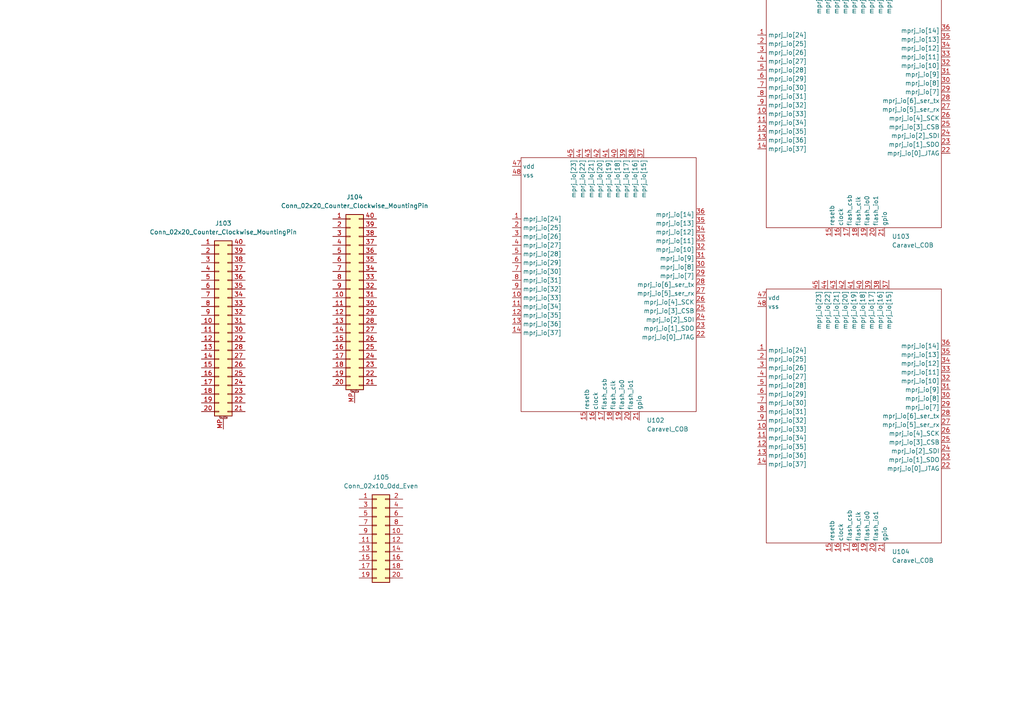
<source format=kicad_sch>
(kicad_sch (version 20250114) (generator "eeschema") (generator_version "9.0")
  (paper "A4")
  (lib_symbols
    (symbol "Connector_Generic:Conn_02x10_Odd_Even" (pin_names (offset 1.016) (hide yes))
      (property "Reference" "J" (at 1.27 12.7 0))
      (property "Value" "Conn_02x10_Odd_Even" (at 1.27 -15.24 0))
      (symbol "Conn_02x10_Odd_Even_1_1"
        (rectangle (start -1.27 11.43) (end 3.81 -13.97) (stroke (width 0.254)) (fill (type background)))
        (rectangle (start -1.27 10.287) (end 0 10.033) (stroke (width 0.1524)))
        (rectangle (start -1.27 7.747) (end 0 7.493) (stroke (width 0.1524)))
        (rectangle (start -1.27 5.207) (end 0 4.953) (stroke (width 0.1524)))
        (rectangle (start -1.27 2.667) (end 0 2.413) (stroke (width 0.1524)))
        (rectangle (start -1.27 0.127) (end 0 -0.127) (stroke (width 0.1524)))
        (rectangle (start -1.27 -2.413) (end 0 -2.667) (stroke (width 0.1524)))
        (rectangle (start -1.27 -4.953) (end 0 -5.207) (stroke (width 0.1524)))
        (rectangle (start -1.27 -7.493) (end 0 -7.747) (stroke (width 0.1524)))
        (rectangle (start -1.27 -10.033) (end 0 -10.287) (stroke (width 0.1524)))
        (rectangle (start -1.27 -12.573) (end 0 -12.827) (stroke (width 0.1524)))
        (rectangle (start 3.81 10.287) (end 2.54 10.033) (stroke (width 0.1524)))
        (rectangle (start 3.81 7.747) (end 2.54 7.493) (stroke (width 0.1524)))
        (rectangle (start 3.81 5.207) (end 2.54 4.953) (stroke (width 0.1524)))
        (rectangle (start 3.81 2.667) (end 2.54 2.413) (stroke (width 0.1524)))
        (rectangle (start 3.81 0.127) (end 2.54 -0.127) (stroke (width 0.1524)))
        (rectangle (start 3.81 -2.413) (end 2.54 -2.667) (stroke (width 0.1524)))
        (rectangle (start 3.81 -4.953) (end 2.54 -5.207) (stroke (width 0.1524)))
        (rectangle (start 3.81 -7.493) (end 2.54 -7.747) (stroke (width 0.1524)))
        (rectangle (start 3.81 -10.033) (end 2.54 -10.287) (stroke (width 0.1524)))
        (rectangle (start 3.81 -12.573) (end 2.54 -12.827) (stroke (width 0.1524)))
        (pin passive line (at -5.08 10.16 0) (length 3.81) (name "Pin_1") (number "1"))
        (pin passive line (at -5.08 7.62 0) (length 3.81) (name "Pin_3") (number "3"))
        (pin passive line (at -5.08 5.08 0) (length 3.81) (name "Pin_5") (number "5"))
        (pin passive line (at -5.08 2.54 0) (length 3.81) (name "Pin_7") (number "7"))
        (pin passive line (at -5.08 0 0) (length 3.81) (name "Pin_9") (number "9"))
        (pin passive line (at -5.08 -2.54 0) (length 3.81) (name "Pin_11") (number "11"))
        (pin passive line (at -5.08 -5.08 0) (length 3.81) (name "Pin_13") (number "13"))
        (pin passive line (at -5.08 -7.62 0) (length 3.81) (name "Pin_15") (number "15"))
        (pin passive line (at -5.08 -10.16 0) (length 3.81) (name "Pin_17") (number "17"))
        (pin passive line (at -5.08 -12.7 0) (length 3.81) (name "Pin_19") (number "19"))
        (pin passive line (at 7.62 10.16 180) (length 3.81) (name "Pin_2") (number "2"))
        (pin passive line (at 7.62 7.62 180) (length 3.81) (name "Pin_4") (number "4"))
        (pin passive line (at 7.62 5.08 180) (length 3.81) (name "Pin_6") (number "6"))
        (pin passive line (at 7.62 2.54 180) (length 3.81) (name "Pin_8") (number "8"))
        (pin passive line (at 7.62 0 180) (length 3.81) (name "Pin_10") (number "10"))
        (pin passive line (at 7.62 -2.54 180) (length 3.81) (name "Pin_12") (number "12"))
        (pin passive line (at 7.62 -5.08 180) (length 3.81) (name "Pin_14") (number "14"))
        (pin passive line (at 7.62 -7.62 180) (length 3.81) (name "Pin_16") (number "16"))
        (pin passive line (at 7.62 -10.16 180) (length 3.81) (name "Pin_18") (number "18"))
        (pin passive line (at 7.62 -12.7 180) (length 3.81) (name "Pin_20") (number "20"))
      )
    )
    (symbol "Connector_Generic:Conn_02x38_Counter_Clockwise" (pin_names (offset 1.016) (hide yes))
      (property "Reference" "J" (at 1.27 48.26 0))
      (property "Value" "Conn_02x38_Counter_Clockwise" (at 1.27 -50.8 0))
      (symbol "Conn_02x38_Counter_Clockwise_1_1"
        (rectangle (start -1.27 46.99) (end 3.81 -49.53) (stroke (width 0.254)) (fill (type background)))
        (rectangle (start -1.27 45.847) (end 0 45.593) (stroke (width 0.1524)))
        (rectangle (start -1.27 43.307) (end 0 43.053) (stroke (width 0.1524)))
        (rectangle (start -1.27 40.767) (end 0 40.513) (stroke (width 0.1524)))
        (rectangle (start -1.27 38.227) (end 0 37.973) (stroke (width 0.1524)))
        (rectangle (start -1.27 35.687) (end 0 35.433) (stroke (width 0.1524)))
        (rectangle (start -1.27 33.147) (end 0 32.893) (stroke (width 0.1524)))
        (rectangle (start -1.27 30.607) (end 0 30.353) (stroke (width 0.1524)))
        (rectangle (start -1.27 28.067) (end 0 27.813) (stroke (width 0.1524)))
        (rectangle (start -1.27 25.527) (end 0 25.273) (stroke (width 0.1524)))
        (rectangle (start -1.27 22.987) (end 0 22.733) (stroke (width 0.1524)))
        (rectangle (start -1.27 20.447) (end 0 20.193) (stroke (width 0.1524)))
        (rectangle (start -1.27 17.907) (end 0 17.653) (stroke (width 0.1524)))
        (rectangle (start -1.27 15.367) (end 0 15.113) (stroke (width 0.1524)))
        (rectangle (start -1.27 12.827) (end 0 12.573) (stroke (width 0.1524)))
        (rectangle (start -1.27 10.287) (end 0 10.033) (stroke (width 0.1524)))
        (rectangle (start -1.27 7.747) (end 0 7.493) (stroke (width 0.1524)))
        (rectangle (start -1.27 5.207) (end 0 4.953) (stroke (width 0.1524)))
        (rectangle (start -1.27 2.667) (end 0 2.413) (stroke (width 0.1524)))
        (rectangle (start -1.27 0.127) (end 0 -0.127) (stroke (width 0.1524)))
        (rectangle (start -1.27 -2.413) (end 0 -2.667) (stroke (width 0.1524)))
        (rectangle (start -1.27 -4.953) (end 0 -5.207) (stroke (width 0.1524)))
        (rectangle (start -1.27 -7.493) (end 0 -7.747) (stroke (width 0.1524)))
        (rectangle (start -1.27 -10.033) (end 0 -10.287) (stroke (width 0.1524)))
        (rectangle (start -1.27 -12.573) (end 0 -12.827) (stroke (width 0.1524)))
        (rectangle (start -1.27 -15.113) (end 0 -15.367) (stroke (width 0.1524)))
        (rectangle (start -1.27 -17.653) (end 0 -17.907) (stroke (width 0.1524)))
        (rectangle (start -1.27 -20.193) (end 0 -20.447) (stroke (width 0.1524)))
        (rectangle (start -1.27 -22.733) (end 0 -22.987) (stroke (width 0.1524)))
        (rectangle (start -1.27 -25.273) (end 0 -25.527) (stroke (width 0.1524)))
        (rectangle (start -1.27 -27.813) (end 0 -28.067) (stroke (width 0.1524)))
        (rectangle (start -1.27 -30.353) (end 0 -30.607) (stroke (width 0.1524)))
        (rectangle (start -1.27 -32.893) (end 0 -33.147) (stroke (width 0.1524)))
        (rectangle (start -1.27 -35.433) (end 0 -35.687) (stroke (width 0.1524)))
        (rectangle (start -1.27 -37.973) (end 0 -38.227) (stroke (width 0.1524)))
        (rectangle (start -1.27 -40.513) (end 0 -40.767) (stroke (width 0.1524)))
        (rectangle (start -1.27 -43.053) (end 0 -43.307) (stroke (width 0.1524)))
        (rectangle (start -1.27 -45.593) (end 0 -45.847) (stroke (width 0.1524)))
        (rectangle (start -1.27 -48.133) (end 0 -48.387) (stroke (width 0.1524)))
        (rectangle (start 3.81 45.847) (end 2.54 45.593) (stroke (width 0.1524)))
        (rectangle (start 3.81 43.307) (end 2.54 43.053) (stroke (width 0.1524)))
        (rectangle (start 3.81 40.767) (end 2.54 40.513) (stroke (width 0.1524)))
        (rectangle (start 3.81 38.227) (end 2.54 37.973) (stroke (width 0.1524)))
        (rectangle (start 3.81 35.687) (end 2.54 35.433) (stroke (width 0.1524)))
        (rectangle (start 3.81 33.147) (end 2.54 32.893) (stroke (width 0.1524)))
        (rectangle (start 3.81 30.607) (end 2.54 30.353) (stroke (width 0.1524)))
        (rectangle (start 3.81 28.067) (end 2.54 27.813) (stroke (width 0.1524)))
        (rectangle (start 3.81 25.527) (end 2.54 25.273) (stroke (width 0.1524)))
        (rectangle (start 3.81 22.987) (end 2.54 22.733) (stroke (width 0.1524)))
        (rectangle (start 3.81 20.447) (end 2.54 20.193) (stroke (width 0.1524)))
        (rectangle (start 3.81 17.907) (end 2.54 17.653) (stroke (width 0.1524)))
        (rectangle (start 3.81 15.367) (end 2.54 15.113) (stroke (width 0.1524)))
        (rectangle (start 3.81 12.827) (end 2.54 12.573) (stroke (width 0.1524)))
        (rectangle (start 3.81 10.287) (end 2.54 10.033) (stroke (width 0.1524)))
        (rectangle (start 3.81 7.747) (end 2.54 7.493) (stroke (width 0.1524)))
        (rectangle (start 3.81 5.207) (end 2.54 4.953) (stroke (width 0.1524)))
        (rectangle (start 3.81 2.667) (end 2.54 2.413) (stroke (width 0.1524)))
        (rectangle (start 3.81 0.127) (end 2.54 -0.127) (stroke (width 0.1524)))
        (rectangle (start 3.81 -2.413) (end 2.54 -2.667) (stroke (width 0.1524)))
        (rectangle (start 3.81 -4.953) (end 2.54 -5.207) (stroke (width 0.1524)))
        (rectangle (start 3.81 -7.493) (end 2.54 -7.747) (stroke (width 0.1524)))
        (rectangle (start 3.81 -10.033) (end 2.54 -10.287) (stroke (width 0.1524)))
        (rectangle (start 3.81 -12.573) (end 2.54 -12.827) (stroke (width 0.1524)))
        (rectangle (start 3.81 -15.113) (end 2.54 -15.367) (stroke (width 0.1524)))
        (rectangle (start 3.81 -17.653) (end 2.54 -17.907) (stroke (width 0.1524)))
        (rectangle (start 3.81 -20.193) (end 2.54 -20.447) (stroke (width 0.1524)))
        (rectangle (start 3.81 -22.733) (end 2.54 -22.987) (stroke (width 0.1524)))
        (rectangle (start 3.81 -25.273) (end 2.54 -25.527) (stroke (width 0.1524)))
        (rectangle (start 3.81 -27.813) (end 2.54 -28.067) (stroke (width 0.1524)))
        (rectangle (start 3.81 -30.353) (end 2.54 -30.607) (stroke (width 0.1524)))
        (rectangle (start 3.81 -32.893) (end 2.54 -33.147) (stroke (width 0.1524)))
        (rectangle (start 3.81 -35.433) (end 2.54 -35.687) (stroke (width 0.1524)))
        (rectangle (start 3.81 -37.973) (end 2.54 -38.227) (stroke (width 0.1524)))
        (rectangle (start 3.81 -40.513) (end 2.54 -40.767) (stroke (width 0.1524)))
        (rectangle (start 3.81 -43.053) (end 2.54 -43.307) (stroke (width 0.1524)))
        (rectangle (start 3.81 -45.593) (end 2.54 -45.847) (stroke (width 0.1524)))
        (rectangle (start 3.81 -48.133) (end 2.54 -48.387) (stroke (width 0.1524)))
        (pin passive line (at -5.08 45.72 0) (length 3.81) (name "Pin_1") (number "1"))
        (pin passive line (at -5.08 43.18 0) (length 3.81) (name "Pin_2") (number "2"))
        (pin passive line (at -5.08 40.64 0) (length 3.81) (name "Pin_3") (number "3"))
        (pin passive line (at -5.08 38.1 0) (length 3.81) (name "Pin_4") (number "4"))
        (pin passive line (at -5.08 35.56 0) (length 3.81) (name "Pin_5") (number "5"))
        (pin passive line (at -5.08 33.02 0) (length 3.81) (name "Pin_6") (number "6"))
        (pin passive line (at -5.08 30.48 0) (length 3.81) (name "Pin_7") (number "7"))
        (pin passive line (at -5.08 27.94 0) (length 3.81) (name "Pin_8") (number "8"))
        (pin passive line (at -5.08 25.4 0) (length 3.81) (name "Pin_9") (number "9"))
        (pin passive line (at -5.08 22.86 0) (length 3.81) (name "Pin_10") (number "10"))
        (pin passive line (at -5.08 20.32 0) (length 3.81) (name "Pin_11") (number "11"))
        (pin passive line (at -5.08 17.78 0) (length 3.81) (name "Pin_12") (number "12"))
        (pin passive line (at -5.08 15.24 0) (length 3.81) (name "Pin_13") (number "13"))
        (pin passive line (at -5.08 12.7 0) (length 3.81) (name "Pin_14") (number "14"))
        (pin passive line (at -5.08 10.16 0) (length 3.81) (name "Pin_15") (number "15"))
        (pin passive line (at -5.08 7.62 0) (length 3.81) (name "Pin_16") (number "16"))
        (pin passive line (at -5.08 5.08 0) (length 3.81) (name "Pin_17") (number "17"))
        (pin passive line (at -5.08 2.54 0) (length 3.81) (name "Pin_18") (number "18"))
        (pin passive line (at -5.08 0 0) (length 3.81) (name "Pin_19") (number "19"))
        (pin passive line (at -5.08 -2.54 0) (length 3.81) (name "Pin_20") (number "20"))
        (pin passive line (at -5.08 -5.08 0) (length 3.81) (name "Pin_21") (number "21"))
        (pin passive line (at -5.08 -7.62 0) (length 3.81) (name "Pin_22") (number "22"))
        (pin passive line (at -5.08 -10.16 0) (length 3.81) (name "Pin_23") (number "23"))
        (pin passive line (at -5.08 -12.7 0) (length 3.81) (name "Pin_24") (number "24"))
        (pin passive line (at -5.08 -15.24 0) (length 3.81) (name "Pin_25") (number "25"))
        (pin passive line (at -5.08 -17.78 0) (length 3.81) (name "Pin_26") (number "26"))
        (pin passive line (at -5.08 -20.32 0) (length 3.81) (name "Pin_27") (number "27"))
        (pin passive line (at -5.08 -22.86 0) (length 3.81) (name "Pin_28") (number "28"))
        (pin passive line (at -5.08 -25.4 0) (length 3.81) (name "Pin_29") (number "29"))
        (pin passive line (at -5.08 -27.94 0) (length 3.81) (name "Pin_30") (number "30"))
        (pin passive line (at -5.08 -30.48 0) (length 3.81) (name "Pin_31") (number "31"))
        (pin passive line (at -5.08 -33.02 0) (length 3.81) (name "Pin_32") (number "32"))
        (pin passive line (at -5.08 -35.56 0) (length 3.81) (name "Pin_33") (number "33"))
        (pin passive line (at -5.08 -38.1 0) (length 3.81) (name "Pin_34") (number "34"))
        (pin passive line (at -5.08 -40.64 0) (length 3.81) (name "Pin_35") (number "35"))
        (pin passive line (at -5.08 -43.18 0) (length 3.81) (name "Pin_36") (number "36"))
        (pin passive line (at -5.08 -45.72 0) (length 3.81) (name "Pin_37") (number "37"))
        (pin passive line (at -5.08 -48.26 0) (length 3.81) (name "Pin_38") (number "38"))
        (pin passive line (at 7.62 45.72 180) (length 3.81) (name "Pin_76") (number "76"))
        (pin passive line (at 7.62 43.18 180) (length 3.81) (name "Pin_75") (number "75"))
        (pin passive line (at 7.62 40.64 180) (length 3.81) (name "Pin_74") (number "74"))
        (pin passive line (at 7.62 38.1 180) (length 3.81) (name "Pin_73") (number "73"))
        (pin passive line (at 7.62 35.56 180) (length 3.81) (name "Pin_72") (number "72"))
        (pin passive line (at 7.62 33.02 180) (length 3.81) (name "Pin_71") (number "71"))
        (pin passive line (at 7.62 30.48 180) (length 3.81) (name "Pin_70") (number "70"))
        (pin passive line (at 7.62 27.94 180) (length 3.81) (name "Pin_69") (number "69"))
        (pin passive line (at 7.62 25.4 180) (length 3.81) (name "Pin_68") (number "68"))
        (pin passive line (at 7.62 22.86 180) (length 3.81) (name "Pin_67") (number "67"))
        (pin passive line (at 7.62 20.32 180) (length 3.81) (name "Pin_66") (number "66"))
        (pin passive line (at 7.62 17.78 180) (length 3.81) (name "Pin_65") (number "65"))
        (pin passive line (at 7.62 15.24 180) (length 3.81) (name "Pin_64") (number "64"))
        (pin passive line (at 7.62 12.7 180) (length 3.81) (name "Pin_63") (number "63"))
        (pin passive line (at 7.62 10.16 180) (length 3.81) (name "Pin_62") (number "62"))
        (pin passive line (at 7.62 7.62 180) (length 3.81) (name "Pin_61") (number "61"))
        (pin passive line (at 7.62 5.08 180) (length 3.81) (name "Pin_60") (number "60"))
        (pin passive line (at 7.62 2.54 180) (length 3.81) (name "Pin_59") (number "59"))
        (pin passive line (at 7.62 0 180) (length 3.81) (name "Pin_58") (number "58"))
        (pin passive line (at 7.62 -2.54 180) (length 3.81) (name "Pin_57") (number "57"))
        (pin passive line (at 7.62 -5.08 180) (length 3.81) (name "Pin_56") (number "56"))
        (pin passive line (at 7.62 -7.62 180) (length 3.81) (name "Pin_55") (number "55"))
        (pin passive line (at 7.62 -10.16 180) (length 3.81) (name "Pin_54") (number "54"))
        (pin passive line (at 7.62 -12.7 180) (length 3.81) (name "Pin_53") (number "53"))
        (pin passive line (at 7.62 -15.24 180) (length 3.81) (name "Pin_52") (number "52"))
        (pin passive line (at 7.62 -17.78 180) (length 3.81) (name "Pin_51") (number "51"))
        (pin passive line (at 7.62 -20.32 180) (length 3.81) (name "Pin_50") (number "50"))
        (pin passive line (at 7.62 -22.86 180) (length 3.81) (name "Pin_49") (number "49"))
        (pin passive line (at 7.62 -25.4 180) (length 3.81) (name "Pin_48") (number "48"))
        (pin passive line (at 7.62 -27.94 180) (length 3.81) (name "Pin_47") (number "47"))
        (pin passive line (at 7.62 -30.48 180) (length 3.81) (name "Pin_46") (number "46"))
        (pin passive line (at 7.62 -33.02 180) (length 3.81) (name "Pin_45") (number "45"))
        (pin passive line (at 7.62 -35.56 180) (length 3.81) (name "Pin_44") (number "44"))
        (pin passive line (at 7.62 -38.1 180) (length 3.81) (name "Pin_43") (number "43"))
        (pin passive line (at 7.62 -40.64 180) (length 3.81) (name "Pin_42") (number "42"))
        (pin passive line (at 7.62 -43.18 180) (length 3.81) (name "Pin_41") (number "41"))
        (pin passive line (at 7.62 -45.72 180) (length 3.81) (name "Pin_40") (number "40"))
        (pin passive line (at 7.62 -48.26 180) (length 3.81) (name "Pin_39") (number "39"))
      )
    )
    (symbol "Connector_Generic_MountingPin:Conn_02x20_Counter_Clockwise_MountingPin" (pin_names (offset 1.016) (hide yes))
      (property "Reference" "J" (at 1.27 25.4 0))
      (property "Value" "Conn_02x20_Counter_Clockwise_MountingPin" (at 2.54 -27.94 0))
      (symbol "Conn_02x20_Counter_Clockwise_MountingPin_1_1"
        (rectangle (start -1.27 24.13) (end 3.81 -26.67) (stroke (width 0.254)) (fill (type background)))
        (rectangle (start -1.27 22.987) (end 0 22.733) (stroke (width 0.1524)))
        (rectangle (start -1.27 20.447) (end 0 20.193) (stroke (width 0.1524)))
        (rectangle (start -1.27 17.907) (end 0 17.653) (stroke (width 0.1524)))
        (rectangle (start -1.27 15.367) (end 0 15.113) (stroke (width 0.1524)))
        (rectangle (start -1.27 12.827) (end 0 12.573) (stroke (width 0.1524)))
        (rectangle (start -1.27 10.287) (end 0 10.033) (stroke (width 0.1524)))
        (rectangle (start -1.27 7.747) (end 0 7.493) (stroke (width 0.1524)))
        (rectangle (start -1.27 5.207) (end 0 4.953) (stroke (width 0.1524)))
        (rectangle (start -1.27 2.667) (end 0 2.413) (stroke (width 0.1524)))
        (rectangle (start -1.27 0.127) (end 0 -0.127) (stroke (width 0.1524)))
        (rectangle (start -1.27 -2.413) (end 0 -2.667) (stroke (width 0.1524)))
        (rectangle (start -1.27 -4.953) (end 0 -5.207) (stroke (width 0.1524)))
        (rectangle (start -1.27 -7.493) (end 0 -7.747) (stroke (width 0.1524)))
        (rectangle (start -1.27 -10.033) (end 0 -10.287) (stroke (width 0.1524)))
        (rectangle (start -1.27 -12.573) (end 0 -12.827) (stroke (width 0.1524)))
        (rectangle (start -1.27 -15.113) (end 0 -15.367) (stroke (width 0.1524)))
        (rectangle (start -1.27 -17.653) (end 0 -17.907) (stroke (width 0.1524)))
        (rectangle (start -1.27 -20.193) (end 0 -20.447) (stroke (width 0.1524)))
        (rectangle (start -1.27 -22.733) (end 0 -22.987) (stroke (width 0.1524)))
        (rectangle (start -1.27 -25.273) (end 0 -25.527) (stroke (width 0.1524)))
        (polyline (pts (xy 0.254 -27.432) (xy 2.286 -27.432)) (stroke (width 0.1524)))
        (rectangle (start 3.81 22.987) (end 2.54 22.733) (stroke (width 0.1524)))
        (rectangle (start 3.81 20.447) (end 2.54 20.193) (stroke (width 0.1524)))
        (rectangle (start 3.81 17.907) (end 2.54 17.653) (stroke (width 0.1524)))
        (rectangle (start 3.81 15.367) (end 2.54 15.113) (stroke (width 0.1524)))
        (rectangle (start 3.81 12.827) (end 2.54 12.573) (stroke (width 0.1524)))
        (rectangle (start 3.81 10.287) (end 2.54 10.033) (stroke (width 0.1524)))
        (rectangle (start 3.81 7.747) (end 2.54 7.493) (stroke (width 0.1524)))
        (rectangle (start 3.81 5.207) (end 2.54 4.953) (stroke (width 0.1524)))
        (rectangle (start 3.81 2.667) (end 2.54 2.413) (stroke (width 0.1524)))
        (rectangle (start 3.81 0.127) (end 2.54 -0.127) (stroke (width 0.1524)))
        (rectangle (start 3.81 -2.413) (end 2.54 -2.667) (stroke (width 0.1524)))
        (rectangle (start 3.81 -4.953) (end 2.54 -5.207) (stroke (width 0.1524)))
        (rectangle (start 3.81 -7.493) (end 2.54 -7.747) (stroke (width 0.1524)))
        (rectangle (start 3.81 -10.033) (end 2.54 -10.287) (stroke (width 0.1524)))
        (rectangle (start 3.81 -12.573) (end 2.54 -12.827) (stroke (width 0.1524)))
        (rectangle (start 3.81 -15.113) (end 2.54 -15.367) (stroke (width 0.1524)))
        (rectangle (start 3.81 -17.653) (end 2.54 -17.907) (stroke (width 0.1524)))
        (rectangle (start 3.81 -20.193) (end 2.54 -20.447) (stroke (width 0.1524)))
        (rectangle (start 3.81 -22.733) (end 2.54 -22.987) (stroke (width 0.1524)))
        (rectangle (start 3.81 -25.273) (end 2.54 -25.527) (stroke (width 0.1524)))
        (text "Mounting" (at 1.27 -27.051 0) (effects (font (size 0.381 0.381))))
        (pin passive line (at -5.08 22.86 0) (length 3.81) (name "Pin_1") (number "1"))
        (pin passive line (at -5.08 20.32 0) (length 3.81) (name "Pin_2") (number "2"))
        (pin passive line (at -5.08 17.78 0) (length 3.81) (name "Pin_3") (number "3"))
        (pin passive line (at -5.08 15.24 0) (length 3.81) (name "Pin_4") (number "4"))
        (pin passive line (at -5.08 12.7 0) (length 3.81) (name "Pin_5") (number "5"))
        (pin passive line (at -5.08 10.16 0) (length 3.81) (name "Pin_6") (number "6"))
        (pin passive line (at -5.08 7.62 0) (length 3.81) (name "Pin_7") (number "7"))
        (pin passive line (at -5.08 5.08 0) (length 3.81) (name "Pin_8") (number "8"))
        (pin passive line (at -5.08 2.54 0) (length 3.81) (name "Pin_9") (number "9"))
        (pin passive line (at -5.08 0 0) (length 3.81) (name "Pin_10") (number "10"))
        (pin passive line (at -5.08 -2.54 0) (length 3.81) (name "Pin_11") (number "11"))
        (pin passive line (at -5.08 -5.08 0) (length 3.81) (name "Pin_12") (number "12"))
        (pin passive line (at -5.08 -7.62 0) (length 3.81) (name "Pin_13") (number "13"))
        (pin passive line (at -5.08 -10.16 0) (length 3.81) (name "Pin_14") (number "14"))
        (pin passive line (at -5.08 -12.7 0) (length 3.81) (name "Pin_15") (number "15"))
        (pin passive line (at -5.08 -15.24 0) (length 3.81) (name "Pin_16") (number "16"))
        (pin passive line (at -5.08 -17.78 0) (length 3.81) (name "Pin_17") (number "17"))
        (pin passive line (at -5.08 -20.32 0) (length 3.81) (name "Pin_18") (number "18"))
        (pin passive line (at -5.08 -22.86 0) (length 3.81) (name "Pin_19") (number "19"))
        (pin passive line (at -5.08 -25.4 0) (length 3.81) (name "Pin_20") (number "20"))
        (pin passive line (at 1.27 -30.48 90) (length 3.048) (name "MountPin") (number "MP"))
        (pin passive line (at 7.62 22.86 180) (length 3.81) (name "Pin_40") (number "40"))
        (pin passive line (at 7.62 20.32 180) (length 3.81) (name "Pin_39") (number "39"))
        (pin passive line (at 7.62 17.78 180) (length 3.81) (name "Pin_38") (number "38"))
        (pin passive line (at 7.62 15.24 180) (length 3.81) (name "Pin_37") (number "37"))
        (pin passive line (at 7.62 12.7 180) (length 3.81) (name "Pin_36") (number "36"))
        (pin passive line (at 7.62 10.16 180) (length 3.81) (name "Pin_35") (number "35"))
        (pin passive line (at 7.62 7.62 180) (length 3.81) (name "Pin_34") (number "34"))
        (pin passive line (at 7.62 5.08 180) (length 3.81) (name "Pin_33") (number "33"))
        (pin passive line (at 7.62 2.54 180) (length 3.81) (name "Pin_32") (number "32"))
        (pin passive line (at 7.62 0 180) (length 3.81) (name "Pin_31") (number "31"))
        (pin passive line (at 7.62 -2.54 180) (length 3.81) (name "Pin_30") (number "30"))
        (pin passive line (at 7.62 -5.08 180) (length 3.81) (name "Pin_29") (number "29"))
        (pin passive line (at 7.62 -7.62 180) (length 3.81) (name "Pin_28") (number "28"))
        (pin passive line (at 7.62 -10.16 180) (length 3.81) (name "Pin_27") (number "27"))
        (pin passive line (at 7.62 -12.7 180) (length 3.81) (name "Pin_26") (number "26"))
        (pin passive line (at 7.62 -15.24 180) (length 3.81) (name "Pin_25") (number "25"))
        (pin passive line (at 7.62 -17.78 180) (length 3.81) (name "Pin_24") (number "24"))
        (pin passive line (at 7.62 -20.32 180) (length 3.81) (name "Pin_23") (number "23"))
        (pin passive line (at 7.62 -22.86 180) (length 3.81) (name "Pin_22") (number "22"))
        (pin passive line (at 7.62 -25.4 180) (length 3.81) (name "Pin_21") (number "21"))
      )
    )
    (symbol "Connector_Generic_MountingPin:Conn_02x35_Counter_Clockwise_MountingPin" (pin_names (offset 1.016) (hide yes))
      (property "Reference" "J" (at 1.27 45.72 0))
      (property "Value" "Conn_02x35_Counter_Clockwise_MountingPin" (at 2.54 -45.72 0))
      (symbol "Conn_02x35_Counter_Clockwise_MountingPin_1_1"
        (rectangle (start -1.27 44.45) (end 3.81 -44.45) (stroke (width 0.254)) (fill (type background)))
        (rectangle (start -1.27 43.307) (end 0 43.053) (stroke (width 0.1524)))
        (rectangle (start -1.27 40.767) (end 0 40.513) (stroke (width 0.1524)))
        (rectangle (start -1.27 38.227) (end 0 37.973) (stroke (width 0.1524)))
        (rectangle (start -1.27 35.687) (end 0 35.433) (stroke (width 0.1524)))
        (rectangle (start -1.27 33.147) (end 0 32.893) (stroke (width 0.1524)))
        (rectangle (start -1.27 30.607) (end 0 30.353) (stroke (width 0.1524)))
        (rectangle (start -1.27 28.067) (end 0 27.813) (stroke (width 0.1524)))
        (rectangle (start -1.27 25.527) (end 0 25.273) (stroke (width 0.1524)))
        (rectangle (start -1.27 22.987) (end 0 22.733) (stroke (width 0.1524)))
        (rectangle (start -1.27 20.447) (end 0 20.193) (stroke (width 0.1524)))
        (rectangle (start -1.27 17.907) (end 0 17.653) (stroke (width 0.1524)))
        (rectangle (start -1.27 15.367) (end 0 15.113) (stroke (width 0.1524)))
        (rectangle (start -1.27 12.827) (end 0 12.573) (stroke (width 0.1524)))
        (rectangle (start -1.27 10.287) (end 0 10.033) (stroke (width 0.1524)))
        (rectangle (start -1.27 7.747) (end 0 7.493) (stroke (width 0.1524)))
        (rectangle (start -1.27 5.207) (end 0 4.953) (stroke (width 0.1524)))
        (rectangle (start -1.27 2.667) (end 0 2.413) (stroke (width 0.1524)))
        (rectangle (start -1.27 0.127) (end 0 -0.127) (stroke (width 0.1524)))
        (rectangle (start -1.27 -2.413) (end 0 -2.667) (stroke (width 0.1524)))
        (rectangle (start -1.27 -4.953) (end 0 -5.207) (stroke (width 0.1524)))
        (rectangle (start -1.27 -7.493) (end 0 -7.747) (stroke (width 0.1524)))
        (rectangle (start -1.27 -10.033) (end 0 -10.287) (stroke (width 0.1524)))
        (rectangle (start -1.27 -12.573) (end 0 -12.827) (stroke (width 0.1524)))
        (rectangle (start -1.27 -15.113) (end 0 -15.367) (stroke (width 0.1524)))
        (rectangle (start -1.27 -17.653) (end 0 -17.907) (stroke (width 0.1524)))
        (rectangle (start -1.27 -20.193) (end 0 -20.447) (stroke (width 0.1524)))
        (rectangle (start -1.27 -22.733) (end 0 -22.987) (stroke (width 0.1524)))
        (rectangle (start -1.27 -25.273) (end 0 -25.527) (stroke (width 0.1524)))
        (rectangle (start -1.27 -27.813) (end 0 -28.067) (stroke (width 0.1524)))
        (rectangle (start -1.27 -30.353) (end 0 -30.607) (stroke (width 0.1524)))
        (rectangle (start -1.27 -32.893) (end 0 -33.147) (stroke (width 0.1524)))
        (rectangle (start -1.27 -35.433) (end 0 -35.687) (stroke (width 0.1524)))
        (rectangle (start -1.27 -37.973) (end 0 -38.227) (stroke (width 0.1524)))
        (rectangle (start -1.27 -40.513) (end 0 -40.767) (stroke (width 0.1524)))
        (rectangle (start -1.27 -43.053) (end 0 -43.307) (stroke (width 0.1524)))
        (polyline (pts (xy 0.254 -45.212) (xy 2.286 -45.212)) (stroke (width 0.1524)))
        (rectangle (start 3.81 43.307) (end 2.54 43.053) (stroke (width 0.1524)))
        (rectangle (start 3.81 40.767) (end 2.54 40.513) (stroke (width 0.1524)))
        (rectangle (start 3.81 38.227) (end 2.54 37.973) (stroke (width 0.1524)))
        (rectangle (start 3.81 35.687) (end 2.54 35.433) (stroke (width 0.1524)))
        (rectangle (start 3.81 33.147) (end 2.54 32.893) (stroke (width 0.1524)))
        (rectangle (start 3.81 30.607) (end 2.54 30.353) (stroke (width 0.1524)))
        (rectangle (start 3.81 28.067) (end 2.54 27.813) (stroke (width 0.1524)))
        (rectangle (start 3.81 25.527) (end 2.54 25.273) (stroke (width 0.1524)))
        (rectangle (start 3.81 22.987) (end 2.54 22.733) (stroke (width 0.1524)))
        (rectangle (start 3.81 20.447) (end 2.54 20.193) (stroke (width 0.1524)))
        (rectangle (start 3.81 17.907) (end 2.54 17.653) (stroke (width 0.1524)))
        (rectangle (start 3.81 15.367) (end 2.54 15.113) (stroke (width 0.1524)))
        (rectangle (start 3.81 12.827) (end 2.54 12.573) (stroke (width 0.1524)))
        (rectangle (start 3.81 10.287) (end 2.54 10.033) (stroke (width 0.1524)))
        (rectangle (start 3.81 7.747) (end 2.54 7.493) (stroke (width 0.1524)))
        (rectangle (start 3.81 5.207) (end 2.54 4.953) (stroke (width 0.1524)))
        (rectangle (start 3.81 2.667) (end 2.54 2.413) (stroke (width 0.1524)))
        (rectangle (start 3.81 0.127) (end 2.54 -0.127) (stroke (width 0.1524)))
        (rectangle (start 3.81 -2.413) (end 2.54 -2.667) (stroke (width 0.1524)))
        (rectangle (start 3.81 -4.953) (end 2.54 -5.207) (stroke (width 0.1524)))
        (rectangle (start 3.81 -7.493) (end 2.54 -7.747) (stroke (width 0.1524)))
        (rectangle (start 3.81 -10.033) (end 2.54 -10.287) (stroke (width 0.1524)))
        (rectangle (start 3.81 -12.573) (end 2.54 -12.827) (stroke (width 0.1524)))
        (rectangle (start 3.81 -15.113) (end 2.54 -15.367) (stroke (width 0.1524)))
        (rectangle (start 3.81 -17.653) (end 2.54 -17.907) (stroke (width 0.1524)))
        (rectangle (start 3.81 -20.193) (end 2.54 -20.447) (stroke (width 0.1524)))
        (rectangle (start 3.81 -22.733) (end 2.54 -22.987) (stroke (width 0.1524)))
        (rectangle (start 3.81 -25.273) (end 2.54 -25.527) (stroke (width 0.1524)))
        (rectangle (start 3.81 -27.813) (end 2.54 -28.067) (stroke (width 0.1524)))
        (rectangle (start 3.81 -30.353) (end 2.54 -30.607) (stroke (width 0.1524)))
        (rectangle (start 3.81 -32.893) (end 2.54 -33.147) (stroke (width 0.1524)))
        (rectangle (start 3.81 -35.433) (end 2.54 -35.687) (stroke (width 0.1524)))
        (rectangle (start 3.81 -37.973) (end 2.54 -38.227) (stroke (width 0.1524)))
        (rectangle (start 3.81 -40.513) (end 2.54 -40.767) (stroke (width 0.1524)))
        (rectangle (start 3.81 -43.053) (end 2.54 -43.307) (stroke (width 0.1524)))
        (text "Mounting" (at 1.27 -44.831 0) (effects (font (size 0.381 0.381))))
        (pin passive line (at -5.08 43.18 0) (length 3.81) (name "Pin_1") (number "1"))
        (pin passive line (at -5.08 40.64 0) (length 3.81) (name "Pin_2") (number "2"))
        (pin passive line (at -5.08 38.1 0) (length 3.81) (name "Pin_3") (number "3"))
        (pin passive line (at -5.08 35.56 0) (length 3.81) (name "Pin_4") (number "4"))
        (pin passive line (at -5.08 33.02 0) (length 3.81) (name "Pin_5") (number "5"))
        (pin passive line (at -5.08 30.48 0) (length 3.81) (name "Pin_6") (number "6"))
        (pin passive line (at -5.08 27.94 0) (length 3.81) (name "Pin_7") (number "7"))
        (pin passive line (at -5.08 25.4 0) (length 3.81) (name "Pin_8") (number "8"))
        (pin passive line (at -5.08 22.86 0) (length 3.81) (name "Pin_9") (number "9"))
        (pin passive line (at -5.08 20.32 0) (length 3.81) (name "Pin_10") (number "10"))
        (pin passive line (at -5.08 17.78 0) (length 3.81) (name "Pin_11") (number "11"))
        (pin passive line (at -5.08 15.24 0) (length 3.81) (name "Pin_12") (number "12"))
        (pin passive line (at -5.08 12.7 0) (length 3.81) (name "Pin_13") (number "13"))
        (pin passive line (at -5.08 10.16 0) (length 3.81) (name "Pin_14") (number "14"))
        (pin passive line (at -5.08 7.62 0) (length 3.81) (name "Pin_15") (number "15"))
        (pin passive line (at -5.08 5.08 0) (length 3.81) (name "Pin_16") (number "16"))
        (pin passive line (at -5.08 2.54 0) (length 3.81) (name "Pin_17") (number "17"))
        (pin passive line (at -5.08 0 0) (length 3.81) (name "Pin_18") (number "18"))
        (pin passive line (at -5.08 -2.54 0) (length 3.81) (name "Pin_19") (number "19"))
        (pin passive line (at -5.08 -5.08 0) (length 3.81) (name "Pin_20") (number "20"))
        (pin passive line (at -5.08 -7.62 0) (length 3.81) (name "Pin_21") (number "21"))
        (pin passive line (at -5.08 -10.16 0) (length 3.81) (name "Pin_22") (number "22"))
        (pin passive line (at -5.08 -12.7 0) (length 3.81) (name "Pin_23") (number "23"))
        (pin passive line (at -5.08 -15.24 0) (length 3.81) (name "Pin_24") (number "24"))
        (pin passive line (at -5.08 -17.78 0) (length 3.81) (name "Pin_25") (number "25"))
        (pin passive line (at -5.08 -20.32 0) (length 3.81) (name "Pin_26") (number "26"))
        (pin passive line (at -5.08 -22.86 0) (length 3.81) (name "Pin_27") (number "27"))
        (pin passive line (at -5.08 -25.4 0) (length 3.81) (name "Pin_28") (number "28"))
        (pin passive line (at -5.08 -27.94 0) (length 3.81) (name "Pin_29") (number "29"))
        (pin passive line (at -5.08 -30.48 0) (length 3.81) (name "Pin_30") (number "30"))
        (pin passive line (at -5.08 -33.02 0) (length 3.81) (name "Pin_31") (number "31"))
        (pin passive line (at -5.08 -35.56 0) (length 3.81) (name "Pin_32") (number "32"))
        (pin passive line (at -5.08 -38.1 0) (length 3.81) (name "Pin_33") (number "33"))
        (pin passive line (at -5.08 -40.64 0) (length 3.81) (name "Pin_34") (number "34"))
        (pin passive line (at -5.08 -43.18 0) (length 3.81) (name "Pin_35") (number "35"))
        (pin passive line (at 1.27 -48.26 90) (length 3.048) (name "MountPin") (number "MP"))
        (pin passive line (at 7.62 43.18 180) (length 3.81) (name "Pin_70") (number "70"))
        (pin passive line (at 7.62 40.64 180) (length 3.81) (name "Pin_69") (number "69"))
        (pin passive line (at 7.62 38.1 180) (length 3.81) (name "Pin_68") (number "68"))
        (pin passive line (at 7.62 35.56 180) (length 3.81) (name "Pin_67") (number "67"))
        (pin passive line (at 7.62 33.02 180) (length 3.81) (name "Pin_66") (number "66"))
        (pin passive line (at 7.62 30.48 180) (length 3.81) (name "Pin_65") (number "65"))
        (pin passive line (at 7.62 27.94 180) (length 3.81) (name "Pin_64") (number "64"))
        (pin passive line (at 7.62 25.4 180) (length 3.81) (name "Pin_63") (number "63"))
        (pin passive line (at 7.62 22.86 180) (length 3.81) (name "Pin_62") (number "62"))
        (pin passive line (at 7.62 20.32 180) (length 3.81) (name "Pin_61") (number "61"))
        (pin passive line (at 7.62 17.78 180) (length 3.81) (name "Pin_60") (number "60"))
        (pin passive line (at 7.62 15.24 180) (length 3.81) (name "Pin_59") (number "59"))
        (pin passive line (at 7.62 12.7 180) (length 3.81) (name "Pin_58") (number "58"))
        (pin passive line (at 7.62 10.16 180) (length 3.81) (name "Pin_57") (number "57"))
        (pin passive line (at 7.62 7.62 180) (length 3.81) (name "Pin_56") (number "56"))
        (pin passive line (at 7.62 5.08 180) (length 3.81) (name "Pin_55") (number "55"))
        (pin passive line (at 7.62 2.54 180) (length 3.81) (name "Pin_54") (number "54"))
        (pin passive line (at 7.62 0 180) (length 3.81) (name "Pin_53") (number "53"))
        (pin passive line (at 7.62 -2.54 180) (length 3.81) (name "Pin_52") (number "52"))
        (pin passive line (at 7.62 -5.08 180) (length 3.81) (name "Pin_51") (number "51"))
        (pin passive line (at 7.62 -7.62 180) (length 3.81) (name "Pin_50") (number "50"))
        (pin passive line (at 7.62 -10.16 180) (length 3.81) (name "Pin_49") (number "49"))
        (pin passive line (at 7.62 -12.7 180) (length 3.81) (name "Pin_48") (number "48"))
        (pin passive line (at 7.62 -15.24 180) (length 3.81) (name "Pin_47") (number "47"))
        (pin passive line (at 7.62 -17.78 180) (length 3.81) (name "Pin_46") (number "46"))
        (pin passive line (at 7.62 -20.32 180) (length 3.81) (name "Pin_45") (number "45"))
        (pin passive line (at 7.62 -22.86 180) (length 3.81) (name "Pin_44") (number "44"))
        (pin passive line (at 7.62 -25.4 180) (length 3.81) (name "Pin_43") (number "43"))
        (pin passive line (at 7.62 -27.94 180) (length 3.81) (name "Pin_42") (number "42"))
        (pin passive line (at 7.62 -30.48 180) (length 3.81) (name "Pin_41") (number "41"))
        (pin passive line (at 7.62 -33.02 180) (length 3.81) (name "Pin_40") (number "40"))
        (pin passive line (at 7.62 -35.56 180) (length 3.81) (name "Pin_39") (number "39"))
        (pin passive line (at 7.62 -38.1 180) (length 3.81) (name "Pin_38") (number "38"))
        (pin passive line (at 7.62 -40.64 180) (length 3.81) (name "Pin_37") (number "37"))
        (pin passive line (at 7.62 -43.18 180) (length 3.81) (name "Pin_36") (number "36"))
      )
    )
    (symbol "WaferSpace:Caravel_COB"
      (property "Reference" "U1" (at 9.7633 -35.56 0))
      (property "Value" "Caravel_COB" (at 9.7633 -38.1 0))
      (symbol "Caravel_COB_0_1"
        (rectangle (start -26.67 40.64) (end 24.13 -33.02))
      )
      (symbol "Caravel_COB_1_1"
        (pin power_in line (at -29.21 38.1 0) (length 2.54) (name "vdd") (number "47"))
        (pin power_in line (at -29.21 35.56 0) (length 2.54) (name "vss") (number "48"))
        (pin bidirectional line (at -29.21 22.86 0) (length 2.54) (name "mprj_io[24]") (number "1"))
        (pin bidirectional line (at -29.21 20.32 0) (length 2.54) (name "mprj_io[25]") (number "2"))
        (pin bidirectional line (at -29.21 17.78 0) (length 2.54) (name "mprj_io[26]") (number "3"))
        (pin bidirectional line (at -29.21 15.24 0) (length 2.54) (name "mprj_io[27]") (number "4"))
        (pin bidirectional line (at -29.21 12.7 0) (length 2.54) (name "mprj_io[28]") (number "5"))
        (pin bidirectional line (at -29.21 10.16 0) (length 2.54) (name "mprj_io[29]") (number "6"))
        (pin bidirectional line (at -29.21 7.62 0) (length 2.54) (name "mprj_io[30]") (number "7"))
        (pin bidirectional line (at -29.21 5.08 0) (length 2.54) (name "mprj_io[31]") (number "8"))
        (pin bidirectional line (at -29.21 2.54 0) (length 2.54) (name "mprj_io[32]") (number "9"))
        (pin bidirectional line (at -29.21 0 0) (length 2.54) (name "mprj_io[33]") (number "10"))
        (pin bidirectional line (at -29.21 -2.54 0) (length 2.54) (name "mprj_io[34]") (number "11"))
        (pin bidirectional line (at -29.21 -5.08 0) (length 2.54) (name "mprj_io[35]") (number "12"))
        (pin bidirectional line (at -29.21 -7.62 0) (length 2.54) (name "mprj_io[36]") (number "13"))
        (pin bidirectional line (at -29.21 -10.16 0) (length 2.54) (name "mprj_io[37]") (number "14"))
        (pin bidirectional line (at -11.43 43.18 270) (length 2.54) (name "mprj_io[23]") (number "45"))
        (pin bidirectional line (at -8.89 43.18 270) (length 2.54) (name "mprj_io[22]") (number "44"))
        (pin input line (at -7.62 -35.56 90) (length 2.54) (name "resetb") (number "15"))
        (pin bidirectional line (at -6.35 43.18 270) (length 2.54) (name "mprj_io[21]") (number "43"))
        (pin input line (at -5.08 -35.56 90) (length 2.54) (name "clock") (number "16"))
        (pin bidirectional line (at -3.81 43.18 270) (length 2.54) (name "mprj_io[20]") (number "42"))
        (pin output line (at -2.54 -35.56 90) (length 2.54) (name "flash_csb") (number "17"))
        (pin bidirectional line (at -1.27 43.18 270) (length 2.54) (name "mprj_io[19]") (number "41"))
        (pin output line (at 0 -35.56 90) (length 2.54) (name "flash_clk") (number "18"))
        (pin bidirectional line (at 1.27 43.18 270) (length 2.54) (name "mprj_io[18]") (number "40"))
        (pin bidirectional line (at 2.54 -35.56 90) (length 2.54) (name "flash_io0") (number "19"))
        (pin bidirectional line (at 3.81 43.18 270) (length 2.54) (name "mprj_io[17]") (number "39"))
        (pin bidirectional line (at 5.08 -35.56 90) (length 2.54) (name "flash_io1") (number "20"))
        (pin bidirectional line (at 6.35 43.18 270) (length 2.54) (name "mprj_io[16]") (number "38"))
        (pin bidirectional line (at 7.62 -35.56 90) (length 2.54) (name "gpio") (number "21"))
        (pin bidirectional line (at 8.89 43.18 270) (length 2.54) (name "mprj_io[15]") (number "37"))
        (pin bidirectional line (at 26.67 24.13 180) (length 2.54) (name "mprj_io[14]") (number "36"))
        (pin bidirectional line (at 26.67 21.59 180) (length 2.54) (name "mprj_io[13]") (number "35"))
        (pin bidirectional line (at 26.67 19.05 180) (length 2.54) (name "mprj_io[12]") (number "34"))
        (pin bidirectional line (at 26.67 16.51 180) (length 2.54) (name "mprj_io[11]") (number "33"))
        (pin bidirectional line (at 26.67 13.97 180) (length 2.54) (name "mprj_io[10]") (number "32"))
        (pin bidirectional line (at 26.67 11.43 180) (length 2.54) (name "mprj_io[9]") (number "31"))
        (pin bidirectional line (at 26.67 8.89 180) (length 2.54) (name "mprj_io[8]") (number "30"))
        (pin bidirectional line (at 26.67 6.35 180) (length 2.54) (name "mprj_io[7]") (number "29"))
        (pin bidirectional line (at 26.67 3.81 180) (length 2.54) (name "mprj_io[6]_ser_tx") (number "28"))
        (pin bidirectional line (at 26.67 1.27 180) (length 2.54) (name "mprj_io[5]_ser_rx") (number "27"))
        (pin bidirectional line (at 26.67 -1.27 180) (length 2.54) (name "mprj_io[4]_SCK") (number "26"))
        (pin bidirectional line (at 26.67 -3.81 180) (length 2.54) (name "mprj_io[3]_CSB") (number "25"))
        (pin bidirectional line (at 26.67 -6.35 180) (length 2.54) (name "mprj_io[2]_SDI") (number "24"))
        (pin bidirectional line (at 26.67 -8.89 180) (length 2.54) (name "mprj_io[1]_SDO") (number "23"))
        (pin bidirectional line (at 26.67 -11.43 180) (length 2.54) (name "mprj_io[0]_JTAG") (number "22"))
      )
    )
    (symbol "power:GND" (power) (pin_names (offset 0))
      (property "Value" "GND" (at 0 -3.81 0))
      (symbol "GND_0_1"
        (polyline (pts (xy 0 0) (xy 0 -1.27) (xy 1.27 -1.27) (xy 0 -2.54) (xy -1.27 -1.27) (xy 0 -1.27)))
      )
      (symbol "GND_1_1"
        (pin power_in line (at 0 0 270) (length 0) (hide yes) (name "GND") (number "1"))
      )
    )
  )
  (wire (pts (xy -158.75 135.89) (xy -146.05 135.89)))
  (wire (pts (xy -158.75 110.49) (xy -146.05 110.49)))
  (wire (pts (xy -146.05 62.23) (xy -158.75 62.23)))
  (wire (pts (xy -146.05 62.23) (xy -146.05 170.18)))
  (wire (pts (xy -191.77 153.67) (xy -171.45 153.67)))
  (wire (pts (xy -191.77 80.01) (xy -191.77 167.64)))
  (wire (pts (xy -158.75 67.31) (xy -146.05 67.31)))
  (label "PIN 42" (at -215.9 147.32 0))
  (label "PIN 70" (at -215.9 76.2 0))
  (label "PIN 59" (at -215.9 104.14 0))
  (label "PIN 7" (at -158.75 130.81 0))
  (label "PIN 35" (at -228.6 162.56 180))
  (label "PIN 1" (at -158.75 115.57 0))
  (label "PIN 38" (at -215.9 157.48 0))
  (label "PIN 49" (at -215.9 129.54 0))
  (label "PIN 44" (at -215.9 142.24 0))
  (label "PIN 67" (at -215.9 83.82 0))
  (label "PIN 16" (at -228.6 114.3 180))
  (label "PIN 35" (at -158.75 62.23 0))
  (label "PIN 20" (at -228.6 124.46 180))
  (label "PIN 28" (at -228.6 144.78 180))
  (label "PIN 70" (at -158.75 156.21 0))
  (label "PIN 25" (at -228.6 137.16 180))
  (label "PIN 20" (at -158.75 82.55 0))
  (label "PIN 6" (at -158.75 128.27 0))
  (label "PIN 69" (at -158.75 153.67 0))
  (label "PIN 43" (at -171.45 82.55 180))
  (label "PIN 17" (at -228.6 116.84 180))
  (label "PIN 33" (at -171.45 64.77 180))
  (label "PIN 50" (at -171.45 120.65 180))
  (label "PIN 30" (at -228.6 149.86 180))
  (label "PIN 23" (at -228.6 132.08 180))
  (label "PIN 27" (at -171.45 80.01 180))
  (label "PIN 8" (at -158.75 133.35 0))
  (label "PIN 54" (at -171.45 130.81 180))
  (label "PIN 46" (at -215.9 137.16 0))
  (label "PIN 55" (at -215.9 114.3 0))
  (label "PIN 7" (at -228.6 91.44 180))
  (label "PIN 42" (at -171.45 85.09 180))
  (label "PIN 24" (at -228.6 134.62 180))
  (label "PIN 56" (at -171.45 135.89 180))
  (label "PIN 63" (at -171.45 153.67 180))
  (label "PIN 14" (at -158.75 97.79 0))
  (label "PIN 36" (at -215.9 162.56 0))
  (label "PIN 48" (at -215.9 132.08 0))
  (label "PIN 30" (at -171.45 72.39 180))
  (label "PIN 56" (at -215.9 111.76 0))
  (label "PIN 43" (at -215.9 144.78 0))
  (label "PIN 58" (at -171.45 140.97 180))
  (label "PIN 28" (at -171.45 77.47 180))
  (label "PIN 11" (at -228.6 101.6 180))
  (label "PIN 63" (at -215.9 93.98 0))
  (label "PIN 9" (at -158.75 113.03 0))
  (label "PIN 52" (at -171.45 125.73 180))
  (label "PIN 65" (at -158.75 143.51 0))
  (label "PIN 21" (at -228.6 127 180))
  (label "PIN 1" (at -228.6 76.2 180))
  (label "PIN 62" (at -171.45 151.13 180))
  (label "PIN 50" (at -215.9 127 0))
  (label "PIN 54" (at -215.9 116.84 0))
  (label "PIN 64" (at -171.45 156.21 180))
  (label "PIN 63" (at -158.75 138.43 0))
  (label "PIN 45" (at -171.45 105.41 180))
  (label "PIN 51" (at -215.9 124.46 0))
  (label "PIN 62" (at -215.9 96.52 0))
  (label "PIN 34" (at -228.6 160.02 180))
  (label "PIN 41" (at -215.9 149.86 0))
  (label "PIN 61" (at -215.9 99.06 0))
  (label "PIN 29" (at -228.6 147.32 180))
  (label "PIN 8" (at -228.6 93.98 180))
  (label "PIN 9" (at -228.6 96.52 180))
  (label "PIN 32" (at -228.6 154.94 180))
  (label "PIN 13" (at -158.75 100.33 0))
  (label "PIN 15" (at -228.6 111.76 180))
  (label "PIN 27" (at -228.6 142.24 180))
  (label "PIN 60" (at -171.45 146.05 180))
  (label "PIN 68" (at -215.9 81.28 0))
  (label "PIN 61" (at -171.45 148.59 180))
  (label "PIN 45" (at -215.9 139.7 0))
  (label "PIN 22" (at -158.75 77.47 0))
  (label "PIN 40" (at -215.9 152.4 0))
  (label "PIN 10" (at -228.6 99.06 180))
  (label "PIN 24" (at -158.75 72.39 0))
  (label "PIN 2" (at -228.6 78.74 180))
  (label "PIN 33" (at -228.6 157.48 180))
  (label "PIN 66" (at -158.75 146.05 0))
  (label "PIN 10" (at -158.75 107.95 0))
  (label "PIN 25" (at -158.75 69.85 0))
  (label "PIN 55" (at -171.45 133.35 180))
  (label "PIN 59" (at -171.45 143.51 180))
  (label "PIN 19" (at -158.75 85.09 0))
  (label "PIN 39" (at -171.45 92.71 180))
  (label "PIN 4" (at -158.75 123.19 0))
  (label "PIN 67" (at -158.75 148.59 0))
  (label "PIN 5" (at -158.75 125.73 0))
  (label "PIN 60" (at -215.9 101.6 0))
  (label "PIN 31" (at -171.45 69.85 180))
  (label "PIN 29" (at -171.45 74.93 180))
  (label "PIN 3" (at -228.6 81.28 180))
  (label "PIN 21" (at -158.75 80.01 0))
  (label "PIN 12" (at -158.75 102.87 0))
  (label "PIN 53" (at -215.9 119.38 0))
  (label "PIN 6" (at -228.6 88.9 180))
  (label "PIN 13" (at -228.6 106.68 180))
  (label "PIN 36" (at -171.45 100.33 180))
  (label "PIN 51" (at -171.45 123.19 180))
  (label "PIN 57" (at -215.9 109.22 0))
  (label "PIN 17" (at -158.75 90.17 0))
  (label "PIN 37" (at -171.45 97.79 180))
  (label "PIN 57" (at -171.45 138.43 180))
  (label "PIN 3" (at -158.75 120.65 0))
  (label "PIN 38" (at -171.45 95.25 180))
  (label "PIN 46" (at -171.45 110.49 180))
  (label "PIN 34" (at -171.45 62.23 180))
  (label "PIN 14" (at -228.6 109.22 180))
  (label "PIN 49" (at -171.45 118.11 180))
  (label "PIN 53" (at -171.45 128.27 180))
  (label "PIN 5" (at -228.6 86.36 180))
  (label "PIN 68" (at -158.75 151.13 0))
  (label "PIN 2" (at -158.75 118.11 0))
  (label "PIN 64" (at -215.9 91.44 0))
  (label "PIN 66" (at -215.9 86.36 0))
  (label "PIN 69" (at -215.9 78.74 0))
  (label "PIN 23" (at -158.75 74.93 0))
  (label "PIN 32" (at -171.45 67.31 180))
  (label "PIN 19" (at -228.6 121.92 180))
  (label "PIN 15" (at -158.75 95.25 0))
  (label "PIN 41" (at -171.45 87.63 180))
  (label "PIN 40" (at -171.45 90.17 180))
  (label "PIN 18" (at -158.75 87.63 0))
  (label "PIN 11" (at -158.75 105.41 0))
  (label "PIN 39" (at -215.9 154.94 0))
  (label "PIN 47" (at -215.9 134.62 0))
  (label "PIN 64" (at -158.75 140.97 0))
  (label "PIN 26" (at -228.6 139.7 180))
  (label "PIN 31" (at -228.6 152.4 180))
  (label "PIN 58" (at -215.9 106.68 0))
  (label "PIN 44" (at -171.45 102.87 180))
  (label "PIN 65" (at -215.9 88.9 0))
  (label "PIN 4" (at -228.6 83.82 180))
  (label "PIN 16" (at -158.75 92.71 0))
  (label "PIN 22" (at -228.6 129.54 180))
  (label "PIN 52" (at -215.9 121.92 0))
  (label "PIN 37" (at -215.9 160.02 0))
  (label "PIN 12" (at -228.6 104.14 180))
  (label "PIN 18" (at -228.6 119.38 180))
  (label "PIN 26" (at -158.75 64.77 0))
  (label "PIN 48" (at -171.45 115.57 180))
  (label "PIN 47" (at -171.45 113.03 180))
  (symbol (lib_id "power:GND") (at -191.77 167.64 0) (mirror y) (unit 1)
    (property "Reference" "#PWR0102" (effects (hide yes)))
    (property "Value" "GND" (at -191.77 172.72 0))
    (property "Description" "Power symbol creates a global label with name \"GND\" , ground" (effects (hide yes)))
  )
  (symbol (lib_id "power:GND") (at -146.05 170.18 0) (mirror y) (unit 1)
    (property "Reference" "#PWR0103" (effects (hide yes)))
    (property "Value" "GND" (at -146.05 175.26 0))
    (property "Description" "Power symbol creates a global label with name \"GND\" , ground" (effects (hide yes)))
  )
  (symbol (lib_id "WaferSpace:Caravel_COB") (at 248.92 124.46 0) (unit 1)
    (property "Reference" "U104" (at 258.6833 160.02 0) (effects (justify left)))
    (property "Value" "Caravel_COB" (at 258.6833 162.56 0) (effects (justify left)))
    (property "Footprint" "WafeSpace:LGA1" (effects (hide yes)))
  )
  (symbol (lib_id "Connector_Generic:Conn_02x10_Odd_Even") (at 109.22 154.94 0) (unit 1)
    (property "Reference" "J105" (at 110.49 138.43 0))
    (property "Value" "Conn_02x10_Odd_Even" (at 110.49 140.97 0))
    (property "Footprint" "Connector_PinHeader_1.27mm:PinHeader_2x19_P1.27mm_Vertical" (effects (hide yes)))
    (property "Description" "Generic connector, double row, 02x10, odd/even pin numbering scheme (row 1 odd numbers, row 2 even numbers), script generated (kicad-library-utils/schlib/autogen/connector/)" (effects (hide yes)))
  )
  (symbol (lib_id "Connector_Generic_MountingPin:Conn_02x20_Counter_Clockwise_MountingPin") (at 101.6 86.36 0) (unit 1)
    (property "Reference" "J104" (at 102.87 57.15 0))
    (property "Value" "Conn_02x20_Counter_Clockwise_MountingPin" (at 102.87 59.69 0))
    (property "Footprint" "Connector_Mezzanine:CONN-SMD_YXT-BB10-40S-02" (effects (hide yes)))
    (property "Description" "Generic connectable mounting pin connector, double row, 02x20, counter clockwise pin numbering scheme (similar to DIP packge numbering), script generated (kicad-library-utils/schlib/autogen/connector/)" (effects (hide yes)))
  )
  (symbol (lib_id "Connector_Generic:Conn_02x38_Counter_Clockwise") (at -163.83 110.49 180) (unit 1)
    (property "Reference" "J102" (at -165.1 162.56 0))
    (property "Value" "Conn_2Rows-76Pins" (at -165.1 160.02 0))
    (property "Footprint" "WafeSpace:waferspace_default_padring_v0.1" (effects (hide yes)))
    (property "Description" "Generic connector, double row, 02x38, counter clockwise pin numbering scheme (similar to DIP packge numbering), script generated (kicad-library-utils/schlib/autogen/connector/)" (effects (hide yes)))
  )
  (symbol (lib_id "power:GND") (at -222.25 167.64 0) (unit 1)
    (property "Reference" "#PWR0101" (effects (hide yes)))
    (property "Value" "GND" (at -222.25 172.72 0))
    (property "Description" "Power symbol creates a global label with name \"GND\" , ground" (effects (hide yes)))
  )
  (symbol (lib_id "Connector_Generic_MountingPin:Conn_02x35_Counter_Clockwise_MountingPin") (at -220.98 119.38 0) (mirror y) (unit 1)
    (property "Reference" "J101" (at -222.25 69.85 0))
    (property "Value" "Conn_02x35_Counter_Clockwise_MountingPin" (at -222.25 72.39 0))
    (property "Footprint" "Connector_Mezzanine:CONN-SMD_70P-P0.40_HCTL_HC-PBB40C-70DP-0.4V-02" (effects (hide yes)))
    (property "Description" "Generic connectable mounting pin connector, double row, 02x35, counter clockwise pin numbering scheme (similar to DIP packge numbering), script generated (kicad-library-utils/schlib/autogen/connector/)" (effects (hide yes)))
  )
  (symbol (lib_id "WaferSpace:Caravel_COB") (at 248.92 33.02 0) (unit 1)
    (property "Reference" "U103" (at 258.6833 68.58 0) (effects (justify left)))
    (property "Value" "Caravel_COB" (at 258.6833 71.12 0) (effects (justify left)))
    (property "Footprint" "WafeSpace:LGA2" (effects (hide yes)))
  )
  (symbol (lib_id "Connector_Generic_MountingPin:Conn_02x20_Counter_Clockwise_MountingPin") (at 63.5 93.98 0) (unit 1)
    (property "Reference" "J103" (at 64.77 64.77 0))
    (property "Value" "Conn_02x20_Counter_Clockwise_MountingPin" (at 64.77 67.31 0))
    (property "Footprint" "Connector_Mezzanine:CONN-SMD_YXT-BB10-50S-02" (effects (hide yes)))
    (property "Description" "Generic connectable mounting pin connector, double row, 02x20, counter clockwise pin numbering scheme (similar to DIP packge numbering), script generated (kicad-library-utils/schlib/autogen/connector/)" (effects (hide yes)))
  )
  (symbol (lib_id "WaferSpace:Caravel_COB") (at 177.8 86.36 0) (unit 1)
    (property "Reference" "U102" (at 187.5633 121.92 0) (effects (justify left)))
    (property "Value" "Caravel_COB" (at 187.5633 124.46 0) (effects (justify left)))
    (property "Footprint" "WafeSpace:caravel_gfmpw_1_0_asap" (effects (hide yes)))
  )
  (symbol (lib_id "WaferSpace:Caravel_COB") (at 53.34 256.54 0) (unit 1)
    (property "Reference" "U101" (at 63.1033 292.1 0) (effects (justify left)))
    (property "Value" "Caravel_COB" (at 63.1033 294.64 0) (effects (justify left)))
    (property "Footprint" "WafeSpace:waferspace_default_padring_v0" (effects (hide yes)))
  )
)
</source>
